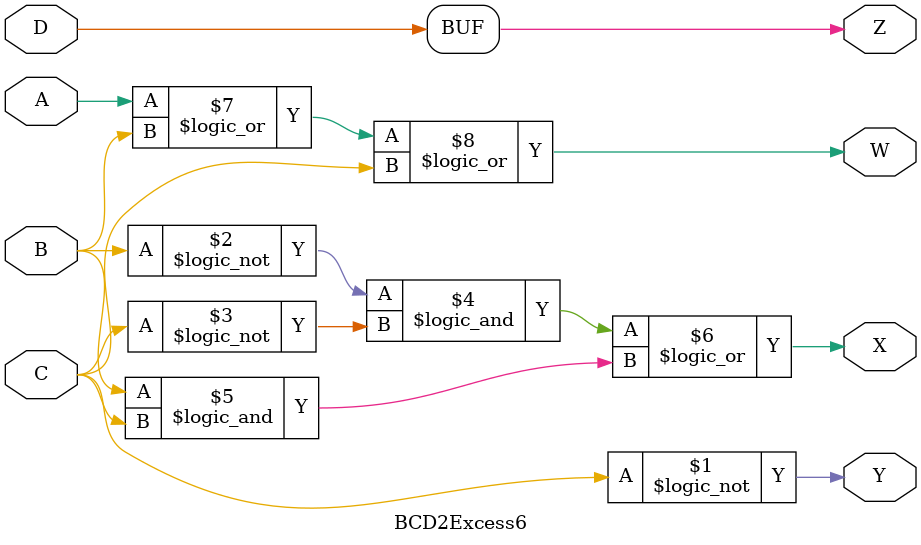
<source format=v>
module BCD2Excess6(W,X,Y,Z,A,B,C,D);
  output W,X,Y,Z;
  input	A,B,C,D;

  assign Z=D,
  Y=!C,
  X=((!B)&&(!C))||(B&&C),
  W=A || B || C;
endmodule
</source>
